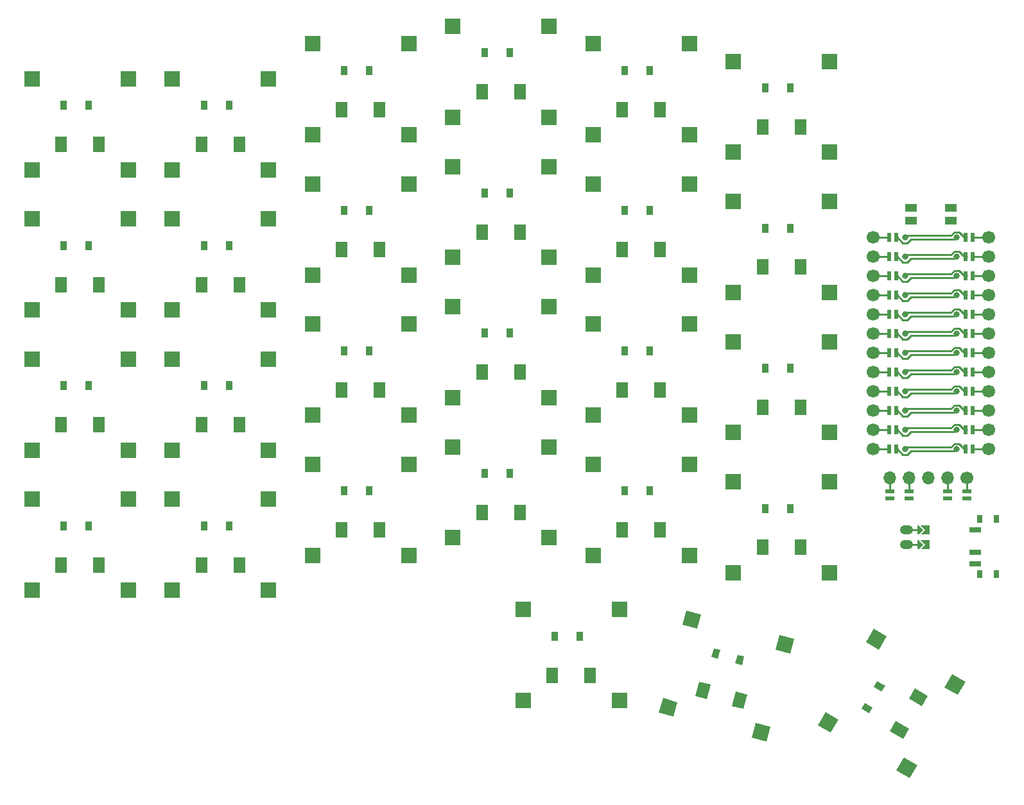
<source format=gbl>
G04 #@! TF.GenerationSoftware,KiCad,Pcbnew,8.0.8+1*
G04 #@! TF.CreationDate,2025-03-02T13:34:42+00:00*
G04 #@! TF.ProjectId,zeph_wireless,7a657068-5f77-4697-9265-6c6573732e6b,0.2*
G04 #@! TF.SameCoordinates,Original*
G04 #@! TF.FileFunction,Copper,L2,Bot*
G04 #@! TF.FilePolarity,Positive*
%FSLAX46Y46*%
G04 Gerber Fmt 4.6, Leading zero omitted, Abs format (unit mm)*
G04 Created by KiCad (PCBNEW 8.0.8+1) date 2025-03-02 13:34:42*
%MOMM*%
%LPD*%
G01*
G04 APERTURE LIST*
G04 #@! TA.AperFunction,SMDPad,CuDef*
%ADD10R,1.550000X2.000000*%
G04 #@! TD*
G04 #@! TA.AperFunction,SMDPad,CuDef*
%ADD11R,2.000000X2.000000*%
G04 #@! TD*
G04 #@! TA.AperFunction,SMDPad,CuDef*
%ADD12R,0.900000X1.200000*%
G04 #@! TD*
G04 #@! TA.AperFunction,ComponentPad*
%ADD13C,1.700000*%
G04 #@! TD*
G04 #@! TA.AperFunction,ComponentPad*
%ADD14C,0.800000*%
G04 #@! TD*
G04 #@! TA.AperFunction,SMDPad,CuDef*
%ADD15R,0.600000X1.200000*%
G04 #@! TD*
G04 #@! TA.AperFunction,SMDPad,CuDef*
%ADD16R,1.200000X0.600000*%
G04 #@! TD*
G04 #@! TA.AperFunction,ComponentPad*
%ADD17O,1.700000X1.700000*%
G04 #@! TD*
G04 #@! TA.AperFunction,SMDPad,CuDef*
%ADD18R,0.800000X1.000000*%
G04 #@! TD*
G04 #@! TA.AperFunction,SMDPad,CuDef*
%ADD19R,1.500000X0.700000*%
G04 #@! TD*
G04 #@! TA.AperFunction,SMDPad,CuDef*
%ADD20R,1.550000X1.000000*%
G04 #@! TD*
G04 #@! TA.AperFunction,ComponentPad*
%ADD21O,1.750000X1.200000*%
G04 #@! TD*
G04 #@! TA.AperFunction,Conductor*
%ADD22C,0.250000*%
G04 #@! TD*
G04 APERTURE END LIST*
D10*
X102500000Y-102650000D03*
X97500000Y-102650000D03*
D11*
X106350000Y-94000000D03*
X106350000Y-106000000D03*
X93650000Y-94000000D03*
X93650000Y-106000000D03*
D10*
X102500000Y-84150000D03*
X97500000Y-84150000D03*
D11*
X106350000Y-75500000D03*
X106350000Y-87500000D03*
X93650000Y-75500000D03*
X93650000Y-87500000D03*
D10*
X102500000Y-65650000D03*
X97500000Y-65650000D03*
D11*
X106350000Y-57000000D03*
X106350000Y-69000000D03*
X93650000Y-57000000D03*
X93650000Y-69000000D03*
D10*
X102500000Y-47150000D03*
X97500000Y-47150000D03*
D11*
X106350000Y-38500000D03*
X106350000Y-50500000D03*
X93650000Y-38500000D03*
X93650000Y-50500000D03*
D10*
X121000000Y-102650000D03*
X116000000Y-102650000D03*
D11*
X124850000Y-94000000D03*
X124850000Y-106000000D03*
X112150000Y-94000000D03*
X112150000Y-106000000D03*
D10*
X121000000Y-84150000D03*
X116000000Y-84150000D03*
D11*
X124850000Y-75500000D03*
X124850000Y-87500000D03*
X112150000Y-75500000D03*
X112150000Y-87500000D03*
D10*
X121000000Y-65650000D03*
X116000000Y-65650000D03*
D11*
X124850000Y-57000000D03*
X124850000Y-69000000D03*
X112150000Y-57000000D03*
X112150000Y-69000000D03*
D10*
X121000000Y-47150000D03*
X116000000Y-47150000D03*
D11*
X124850000Y-38500000D03*
X124850000Y-50500000D03*
X112150000Y-38500000D03*
X112150000Y-50500000D03*
D10*
X139500000Y-98025000D03*
X134500000Y-98025000D03*
D11*
X143350000Y-89375000D03*
X143350000Y-101375000D03*
X130650000Y-89375000D03*
X130650000Y-101375000D03*
D10*
X139500000Y-79525000D03*
X134500000Y-79525000D03*
D11*
X143350000Y-70875000D03*
X143350000Y-82875000D03*
X130650000Y-70875000D03*
X130650000Y-82875000D03*
D10*
X139500000Y-61025000D03*
X134500000Y-61025000D03*
D11*
X143350000Y-52375000D03*
X143350000Y-64375000D03*
X130650000Y-52375000D03*
X130650000Y-64375000D03*
D10*
X139500000Y-42525000D03*
X134500000Y-42525000D03*
D11*
X143350000Y-33875000D03*
X143350000Y-45875000D03*
X130650000Y-33875000D03*
X130650000Y-45875000D03*
D10*
X158000000Y-95712500D03*
X153000000Y-95712500D03*
D11*
X161850000Y-87062500D03*
X161850000Y-99062500D03*
X149150000Y-87062500D03*
X149150000Y-99062500D03*
D10*
X158000000Y-77212500D03*
X153000000Y-77212500D03*
D11*
X161850000Y-68562500D03*
X161850000Y-80562500D03*
X149150000Y-68562500D03*
X149150000Y-80562500D03*
D10*
X158000000Y-58712500D03*
X153000000Y-58712500D03*
D11*
X161850000Y-50062500D03*
X161850000Y-62062500D03*
X149150000Y-50062500D03*
X149150000Y-62062500D03*
D10*
X158000000Y-40212500D03*
X153000000Y-40212500D03*
D11*
X161850000Y-31562500D03*
X161850000Y-43562500D03*
X149150000Y-31562500D03*
X149150000Y-43562500D03*
D10*
X176500000Y-98025000D03*
X171500000Y-98025000D03*
D11*
X180350000Y-89375000D03*
X180350000Y-101375000D03*
X167650000Y-89375000D03*
X167650000Y-101375000D03*
D10*
X176500000Y-79525000D03*
X171500000Y-79525000D03*
D11*
X180350000Y-70875000D03*
X180350000Y-82875000D03*
X167650000Y-70875000D03*
X167650000Y-82875000D03*
D10*
X176500000Y-61025000D03*
X171500000Y-61025000D03*
D11*
X180350000Y-52375000D03*
X180350000Y-64375000D03*
X167650000Y-52375000D03*
X167650000Y-64375000D03*
D10*
X176500000Y-42525000D03*
X171500000Y-42525000D03*
D11*
X180350000Y-33875000D03*
X180350000Y-45875000D03*
X167650000Y-33875000D03*
X167650000Y-45875000D03*
D10*
X195000000Y-100337500D03*
X190000000Y-100337500D03*
D11*
X198850000Y-91687500D03*
X198850000Y-103687500D03*
X186150000Y-91687500D03*
X186150000Y-103687500D03*
D10*
X195000000Y-81837500D03*
X190000000Y-81837500D03*
D11*
X198850000Y-73187500D03*
X198850000Y-85187500D03*
X186150000Y-73187500D03*
X186150000Y-85187500D03*
D10*
X195000000Y-63337500D03*
X190000000Y-63337500D03*
D11*
X198850000Y-54687500D03*
X198850000Y-66687500D03*
X186150000Y-54687500D03*
X186150000Y-66687500D03*
D10*
X195000000Y-44837500D03*
X190000000Y-44837500D03*
D11*
X198850000Y-36187500D03*
X198850000Y-48187500D03*
X186150000Y-36187500D03*
X186150000Y-48187500D03*
D10*
X167250000Y-117212500D03*
X162250000Y-117212500D03*
D11*
X171100000Y-108562500D03*
X171100000Y-120562500D03*
X158400000Y-108562500D03*
X158400000Y-120562500D03*
G04 #@! TA.AperFunction,SMDPad,CuDef*
G36*
X185971532Y-121284592D02*
G01*
X186489171Y-119352740D01*
X187986356Y-119753910D01*
X187468717Y-121685762D01*
X185971532Y-121284592D01*
G37*
G04 #@! TD.AperFunction*
G04 #@! TA.AperFunction,SMDPad,CuDef*
G36*
X181141903Y-119990497D02*
G01*
X181659542Y-118058645D01*
X183156727Y-118459815D01*
X182639088Y-120391667D01*
X181141903Y-119990497D01*
G37*
G04 #@! TD.AperFunction*
G04 #@! TA.AperFunction,SMDPad,CuDef*
G36*
X191711798Y-113867553D02*
G01*
X192229436Y-111935701D01*
X194161288Y-112453339D01*
X193643650Y-114385191D01*
X191711798Y-113867553D01*
G37*
G04 #@! TD.AperFunction*
G04 #@! TA.AperFunction,SMDPad,CuDef*
G36*
X188605970Y-125458663D02*
G01*
X189123608Y-123526811D01*
X191055460Y-124044449D01*
X190537822Y-125976301D01*
X188605970Y-125458663D01*
G37*
G04 #@! TD.AperFunction*
G04 #@! TA.AperFunction,SMDPad,CuDef*
G36*
X179444540Y-110580551D02*
G01*
X179962178Y-108648699D01*
X181894030Y-109166337D01*
X181376392Y-111098189D01*
X179444540Y-110580551D01*
G37*
G04 #@! TD.AperFunction*
G04 #@! TA.AperFunction,SMDPad,CuDef*
G36*
X176338712Y-122171661D02*
G01*
X176856350Y-120239809D01*
X178788202Y-120757447D01*
X178270564Y-122689299D01*
X176338712Y-122171661D01*
G37*
G04 #@! TD.AperFunction*
G04 #@! TA.AperFunction,SMDPad,CuDef*
G36*
X211037335Y-121278354D02*
G01*
X209305285Y-120278354D01*
X210080285Y-118936014D01*
X211812335Y-119936014D01*
X211037335Y-121278354D01*
G37*
G04 #@! TD.AperFunction*
G04 #@! TA.AperFunction,SMDPad,CuDef*
G36*
X208537335Y-125608482D02*
G01*
X206805285Y-124608482D01*
X207580285Y-123266142D01*
X209312335Y-124266142D01*
X208537335Y-125608482D01*
G37*
G04 #@! TD.AperFunction*
G04 #@! TA.AperFunction,SMDPad,CuDef*
G36*
X205358716Y-113814012D02*
G01*
X203626666Y-112814012D01*
X204626666Y-111081962D01*
X206358716Y-112081962D01*
X205358716Y-113814012D01*
G37*
G04 #@! TD.AperFunction*
G04 #@! TA.AperFunction,SMDPad,CuDef*
G36*
X215751020Y-119814012D02*
G01*
X214018970Y-118814012D01*
X215018970Y-117081962D01*
X216751020Y-118081962D01*
X215751020Y-119814012D01*
G37*
G04 #@! TD.AperFunction*
G04 #@! TA.AperFunction,SMDPad,CuDef*
G36*
X199008716Y-124812534D02*
G01*
X197276666Y-123812534D01*
X198276666Y-122080484D01*
X200008716Y-123080484D01*
X199008716Y-124812534D01*
G37*
G04 #@! TD.AperFunction*
G04 #@! TA.AperFunction,SMDPad,CuDef*
G36*
X209401020Y-130812534D02*
G01*
X207668970Y-129812534D01*
X208668970Y-128080484D01*
X210401020Y-129080484D01*
X209401020Y-130812534D01*
G37*
G04 #@! TD.AperFunction*
D12*
X101150000Y-97500000D03*
X97850000Y-97500000D03*
X101150000Y-79000000D03*
X97850000Y-79000000D03*
X101150000Y-60500000D03*
X97850000Y-60500000D03*
X101150000Y-42000000D03*
X97850000Y-42000000D03*
X119650000Y-97500000D03*
X116350000Y-97500000D03*
X119650000Y-79000000D03*
X116350000Y-79000000D03*
X119650000Y-60500000D03*
X116350000Y-60500000D03*
X119650000Y-42000000D03*
X116350000Y-42000000D03*
X138150000Y-92875000D03*
X134850000Y-92875000D03*
X138150000Y-74375000D03*
X134850000Y-74375000D03*
X138150000Y-55875000D03*
X134850000Y-55875000D03*
X138150000Y-37375000D03*
X134850000Y-37375000D03*
X156650000Y-90562500D03*
X153350000Y-90562500D03*
X156650000Y-72062500D03*
X153350000Y-72062500D03*
X156650000Y-53562500D03*
X153350000Y-53562500D03*
X156650000Y-35062500D03*
X153350000Y-35062500D03*
X175150000Y-92875000D03*
X171850000Y-92875000D03*
X175150000Y-74375000D03*
X171850000Y-74375000D03*
X175150000Y-55875000D03*
X171850000Y-55875000D03*
X175150000Y-37375000D03*
X171850000Y-37375000D03*
X193650000Y-95187500D03*
X190350000Y-95187500D03*
X193650000Y-76687500D03*
X190350000Y-76687500D03*
X193650000Y-58187500D03*
X190350000Y-58187500D03*
X193650000Y-39687500D03*
X190350000Y-39687500D03*
X165900000Y-112062500D03*
X162600000Y-112062500D03*
G04 #@! TA.AperFunction,SMDPad,CuDef*
G36*
X186417905Y-115658414D02*
G01*
X186728488Y-114499303D01*
X187597821Y-114732240D01*
X187287238Y-115891351D01*
X186417905Y-115658414D01*
G37*
G04 #@! TD.AperFunction*
G04 #@! TA.AperFunction,SMDPad,CuDef*
G36*
X183230349Y-114804312D02*
G01*
X183540932Y-113645201D01*
X184410265Y-113878138D01*
X184099682Y-115037249D01*
X183230349Y-114804312D01*
G37*
G04 #@! TD.AperFunction*
G04 #@! TA.AperFunction,SMDPad,CuDef*
G36*
X205718394Y-119391030D02*
G01*
X204679164Y-118791030D01*
X205129164Y-118011608D01*
X206168394Y-118611608D01*
X205718394Y-119391030D01*
G37*
G04 #@! TD.AperFunction*
G04 #@! TA.AperFunction,SMDPad,CuDef*
G36*
X204068394Y-122248914D02*
G01*
X203029164Y-121648914D01*
X203479164Y-120869492D01*
X204518394Y-121469492D01*
X204068394Y-122248914D01*
G37*
G04 #@! TD.AperFunction*
D13*
X204584000Y-59420000D03*
X219824000Y-59420000D03*
D14*
X208804000Y-59420000D03*
X215604000Y-59420000D03*
D15*
X206724000Y-59420000D03*
X207624000Y-59420000D03*
X216784000Y-59420000D03*
X217684000Y-59420000D03*
D13*
X204584000Y-61960000D03*
X219824000Y-61960000D03*
D14*
X208804000Y-61960000D03*
X215604000Y-61960000D03*
D15*
X206724000Y-61960000D03*
X207624000Y-61960000D03*
X216784000Y-61960000D03*
X217684000Y-61960000D03*
D13*
X204584000Y-64500000D03*
X219824000Y-64500000D03*
D14*
X208804000Y-64500000D03*
X215604000Y-64500000D03*
D15*
X206724000Y-64500000D03*
X207624000Y-64500000D03*
X216784000Y-64500000D03*
X217684000Y-64500000D03*
D13*
X204584000Y-67040000D03*
X219824000Y-67040000D03*
D14*
X208804000Y-67040000D03*
X215604000Y-67040000D03*
D15*
X206724000Y-67040000D03*
X207624000Y-67040000D03*
X216784000Y-67040000D03*
X217684000Y-67040000D03*
D13*
X204584000Y-69580000D03*
X219824000Y-69580000D03*
D14*
X208804000Y-69580000D03*
X215604000Y-69580000D03*
D15*
X206724000Y-69580000D03*
X207624000Y-69580000D03*
X216784000Y-69580000D03*
X217684000Y-69580000D03*
D13*
X204584000Y-72120000D03*
X219824000Y-72120000D03*
D14*
X208804000Y-72120000D03*
X215604000Y-72120000D03*
D15*
X206724000Y-72120000D03*
X207624000Y-72120000D03*
X216784000Y-72120000D03*
X217684000Y-72120000D03*
D13*
X204584000Y-74660000D03*
X219824000Y-74660000D03*
D14*
X208804000Y-74660000D03*
X215604000Y-74660000D03*
D15*
X206724000Y-74660000D03*
X207624000Y-74660000D03*
X216784000Y-74660000D03*
X217684000Y-74660000D03*
D13*
X204584000Y-77200000D03*
X219824000Y-77200000D03*
D14*
X208804000Y-77200000D03*
X215604000Y-77200000D03*
D15*
X206724000Y-77200000D03*
X207624000Y-77200000D03*
X216784000Y-77200000D03*
X217684000Y-77200000D03*
D13*
X204584000Y-79740000D03*
X219824000Y-79740000D03*
D14*
X208804000Y-79740000D03*
X215604000Y-79740000D03*
D15*
X206724000Y-79740000D03*
X207624000Y-79740000D03*
X216784000Y-79740000D03*
X217684000Y-79740000D03*
D13*
X204584000Y-82280000D03*
X219824000Y-82280000D03*
D14*
X208804000Y-82280000D03*
X215604000Y-82280000D03*
D15*
X206724000Y-82280000D03*
X207624000Y-82280000D03*
X216784000Y-82280000D03*
X217684000Y-82280000D03*
D13*
X204584000Y-84820000D03*
X219824000Y-84820000D03*
D14*
X208804000Y-84820000D03*
X215604000Y-84820000D03*
D15*
X206724000Y-84820000D03*
X207624000Y-84820000D03*
X216784000Y-84820000D03*
X217684000Y-84820000D03*
D13*
X204584000Y-87360000D03*
X219824000Y-87360000D03*
D14*
X208804000Y-87360000D03*
X215604000Y-87360000D03*
D15*
X206724000Y-87360000D03*
X207624000Y-87360000D03*
X216784000Y-87360000D03*
X217684000Y-87360000D03*
D16*
X216977000Y-92950000D03*
X214437000Y-92950000D03*
X209357000Y-92950000D03*
X206817000Y-92950000D03*
X216977000Y-93850000D03*
X214437000Y-93850000D03*
X209357000Y-93850000D03*
X206817000Y-93850000D03*
D17*
X206817000Y-91200000D03*
X209357000Y-91200000D03*
X211897000Y-91200000D03*
X214437000Y-91200000D03*
D13*
X216977000Y-91200000D03*
D18*
X218665000Y-96600000D03*
X220875000Y-96600000D03*
X218665000Y-103900000D03*
X220875000Y-103900000D03*
D19*
X218015000Y-98000000D03*
X218015000Y-101000000D03*
X218015000Y-102500000D03*
D20*
X209579000Y-55497500D03*
X209579000Y-57197500D03*
X214829000Y-55497500D03*
X214829000Y-57197500D03*
D21*
X209000000Y-100000000D03*
X209000000Y-98000000D03*
G04 #@! TA.AperFunction,SMDPad,CuDef*
G36*
X210600000Y-100600000D02*
G01*
X210400000Y-100600000D01*
X210400000Y-99400000D01*
X210600000Y-99400000D01*
X211200000Y-100000000D01*
X210600000Y-100600000D01*
G37*
G04 #@! TD.AperFunction*
G04 #@! TA.AperFunction,SMDPad,CuDef*
G36*
X210600000Y-98600000D02*
G01*
X210400000Y-98600000D01*
X210400000Y-97400000D01*
X210600000Y-97400000D01*
X211200000Y-98000000D01*
X210600000Y-98600000D01*
G37*
G04 #@! TD.AperFunction*
G04 #@! TA.AperFunction,SMDPad,CuDef*
G36*
X210816000Y-98600000D02*
G01*
X211416000Y-98000000D01*
X210816000Y-97400000D01*
X212066000Y-97400000D01*
X212066000Y-98600000D01*
X210816000Y-98600000D01*
G37*
G04 #@! TD.AperFunction*
G04 #@! TA.AperFunction,SMDPad,CuDef*
G36*
X210816000Y-100600000D02*
G01*
X211416000Y-100000000D01*
X210816000Y-99400000D01*
X212066000Y-99400000D01*
X212066000Y-100600000D01*
X210816000Y-100600000D01*
G37*
G04 #@! TD.AperFunction*
D22*
X204584000Y-59420000D02*
X206704000Y-59420000D01*
X219824000Y-59420000D02*
X217704000Y-59420000D01*
X209599305Y-59650000D02*
X215374000Y-59650000D01*
X207429000Y-59420000D02*
X207778695Y-59420000D01*
X208503695Y-60145000D02*
X209104305Y-60145000D01*
X207778695Y-59420000D02*
X208503695Y-60145000D01*
X209104305Y-60145000D02*
X209599305Y-59650000D01*
X216979000Y-59420000D02*
X216629305Y-59420000D01*
X214798695Y-59200000D02*
X209024000Y-59200000D01*
X216629305Y-59420000D02*
X215904305Y-58695000D01*
X215904305Y-58695000D02*
X215303695Y-58695000D01*
X215303695Y-58695000D02*
X214798695Y-59200000D01*
X204584000Y-61960000D02*
X206704000Y-61960000D01*
X219824000Y-61960000D02*
X217704000Y-61960000D01*
X209599305Y-62190000D02*
X215374000Y-62190000D01*
X207429000Y-61960000D02*
X207778695Y-61960000D01*
X208503695Y-62685000D02*
X209104305Y-62685000D01*
X207778695Y-61960000D02*
X208503695Y-62685000D01*
X209104305Y-62685000D02*
X209599305Y-62190000D01*
X216979000Y-61960000D02*
X216629305Y-61960000D01*
X214798695Y-61740000D02*
X209024000Y-61740000D01*
X216629305Y-61960000D02*
X215904305Y-61235000D01*
X215904305Y-61235000D02*
X215303695Y-61235000D01*
X215303695Y-61235000D02*
X214798695Y-61740000D01*
X204584000Y-64500000D02*
X206704000Y-64500000D01*
X219824000Y-64500000D02*
X217704000Y-64500000D01*
X209599305Y-64730000D02*
X215374000Y-64730000D01*
X207429000Y-64500000D02*
X207778695Y-64500000D01*
X208503695Y-65225000D02*
X209104305Y-65225000D01*
X207778695Y-64500000D02*
X208503695Y-65225000D01*
X209104305Y-65225000D02*
X209599305Y-64730000D01*
X216979000Y-64500000D02*
X216629305Y-64500000D01*
X214798695Y-64280000D02*
X209024000Y-64280000D01*
X216629305Y-64500000D02*
X215904305Y-63775000D01*
X215904305Y-63775000D02*
X215303695Y-63775000D01*
X215303695Y-63775000D02*
X214798695Y-64280000D01*
X204584000Y-67040000D02*
X206704000Y-67040000D01*
X219824000Y-67040000D02*
X217704000Y-67040000D01*
X209599305Y-67270000D02*
X215374000Y-67270000D01*
X207429000Y-67040000D02*
X207778695Y-67040000D01*
X208503695Y-67765000D02*
X209104305Y-67765000D01*
X207778695Y-67040000D02*
X208503695Y-67765000D01*
X209104305Y-67765000D02*
X209599305Y-67270000D01*
X216979000Y-67040000D02*
X216629305Y-67040000D01*
X214798695Y-66820000D02*
X209024000Y-66820000D01*
X216629305Y-67040000D02*
X215904305Y-66315000D01*
X215904305Y-66315000D02*
X215303695Y-66315000D01*
X215303695Y-66315000D02*
X214798695Y-66820000D01*
X204584000Y-69580000D02*
X206704000Y-69580000D01*
X219824000Y-69580000D02*
X217704000Y-69580000D01*
X209599305Y-69810000D02*
X215374000Y-69810000D01*
X207429000Y-69580000D02*
X207778695Y-69580000D01*
X208503695Y-70305000D02*
X209104305Y-70305000D01*
X207778695Y-69580000D02*
X208503695Y-70305000D01*
X209104305Y-70305000D02*
X209599305Y-69810000D01*
X216979000Y-69580000D02*
X216629305Y-69580000D01*
X214798695Y-69360000D02*
X209024000Y-69360000D01*
X216629305Y-69580000D02*
X215904305Y-68855000D01*
X215904305Y-68855000D02*
X215303695Y-68855000D01*
X215303695Y-68855000D02*
X214798695Y-69360000D01*
X204584000Y-72120000D02*
X206704000Y-72120000D01*
X219824000Y-72120000D02*
X217704000Y-72120000D01*
X209599305Y-72350000D02*
X215374000Y-72350000D01*
X207429000Y-72120000D02*
X207778695Y-72120000D01*
X208503695Y-72845000D02*
X209104305Y-72845000D01*
X207778695Y-72120000D02*
X208503695Y-72845000D01*
X209104305Y-72845000D02*
X209599305Y-72350000D01*
X216979000Y-72120000D02*
X216629305Y-72120000D01*
X214798695Y-71900000D02*
X209024000Y-71900000D01*
X216629305Y-72120000D02*
X215904305Y-71395000D01*
X215904305Y-71395000D02*
X215303695Y-71395000D01*
X215303695Y-71395000D02*
X214798695Y-71900000D01*
X204584000Y-74660000D02*
X206704000Y-74660000D01*
X219824000Y-74660000D02*
X217704000Y-74660000D01*
X209599305Y-74890000D02*
X215374000Y-74890000D01*
X207429000Y-74660000D02*
X207778695Y-74660000D01*
X208503695Y-75385000D02*
X209104305Y-75385000D01*
X207778695Y-74660000D02*
X208503695Y-75385000D01*
X209104305Y-75385000D02*
X209599305Y-74890000D01*
X216979000Y-74660000D02*
X216629305Y-74660000D01*
X214798695Y-74440000D02*
X209024000Y-74440000D01*
X216629305Y-74660000D02*
X215904305Y-73935000D01*
X215904305Y-73935000D02*
X215303695Y-73935000D01*
X215303695Y-73935000D02*
X214798695Y-74440000D01*
X204584000Y-77200000D02*
X206704000Y-77200000D01*
X219824000Y-77200000D02*
X217704000Y-77200000D01*
X209599305Y-77430000D02*
X215374000Y-77430000D01*
X207429000Y-77200000D02*
X207778695Y-77200000D01*
X208503695Y-77925000D02*
X209104305Y-77925000D01*
X207778695Y-77200000D02*
X208503695Y-77925000D01*
X209104305Y-77925000D02*
X209599305Y-77430000D01*
X216979000Y-77200000D02*
X216629305Y-77200000D01*
X214798695Y-76980000D02*
X209024000Y-76980000D01*
X216629305Y-77200000D02*
X215904305Y-76475000D01*
X215904305Y-76475000D02*
X215303695Y-76475000D01*
X215303695Y-76475000D02*
X214798695Y-76980000D01*
X204584000Y-79740000D02*
X206704000Y-79740000D01*
X219824000Y-79740000D02*
X217704000Y-79740000D01*
X209599305Y-79970000D02*
X215374000Y-79970000D01*
X207429000Y-79740000D02*
X207778695Y-79740000D01*
X208503695Y-80465000D02*
X209104305Y-80465000D01*
X207778695Y-79740000D02*
X208503695Y-80465000D01*
X209104305Y-80465000D02*
X209599305Y-79970000D01*
X216979000Y-79740000D02*
X216629305Y-79740000D01*
X214798695Y-79520000D02*
X209024000Y-79520000D01*
X216629305Y-79740000D02*
X215904305Y-79015000D01*
X215904305Y-79015000D02*
X215303695Y-79015000D01*
X215303695Y-79015000D02*
X214798695Y-79520000D01*
X204584000Y-82280000D02*
X206704000Y-82280000D01*
X219824000Y-82280000D02*
X217704000Y-82280000D01*
X209599305Y-82510000D02*
X215374000Y-82510000D01*
X207429000Y-82280000D02*
X207778695Y-82280000D01*
X208503695Y-83005000D02*
X209104305Y-83005000D01*
X207778695Y-82280000D02*
X208503695Y-83005000D01*
X209104305Y-83005000D02*
X209599305Y-82510000D01*
X216979000Y-82280000D02*
X216629305Y-82280000D01*
X214798695Y-82060000D02*
X209024000Y-82060000D01*
X216629305Y-82280000D02*
X215904305Y-81555000D01*
X215904305Y-81555000D02*
X215303695Y-81555000D01*
X215303695Y-81555000D02*
X214798695Y-82060000D01*
X204584000Y-84820000D02*
X206704000Y-84820000D01*
X219824000Y-84820000D02*
X217704000Y-84820000D01*
X209599305Y-85050000D02*
X215374000Y-85050000D01*
X207429000Y-84820000D02*
X207778695Y-84820000D01*
X208503695Y-85545000D02*
X209104305Y-85545000D01*
X207778695Y-84820000D02*
X208503695Y-85545000D01*
X209104305Y-85545000D02*
X209599305Y-85050000D01*
X216979000Y-84820000D02*
X216629305Y-84820000D01*
X214798695Y-84600000D02*
X209024000Y-84600000D01*
X216629305Y-84820000D02*
X215904305Y-84095000D01*
X215904305Y-84095000D02*
X215303695Y-84095000D01*
X215303695Y-84095000D02*
X214798695Y-84600000D01*
X204584000Y-87360000D02*
X206704000Y-87360000D01*
X219824000Y-87360000D02*
X217704000Y-87360000D01*
X209599305Y-87590000D02*
X215374000Y-87590000D01*
X207429000Y-87360000D02*
X207778695Y-87360000D01*
X208503695Y-88085000D02*
X209104305Y-88085000D01*
X207778695Y-87360000D02*
X208503695Y-88085000D01*
X209104305Y-88085000D02*
X209599305Y-87590000D01*
X216979000Y-87360000D02*
X216629305Y-87360000D01*
X214798695Y-87140000D02*
X209024000Y-87140000D01*
X216629305Y-87360000D02*
X215904305Y-86635000D01*
X215904305Y-86635000D02*
X215303695Y-86635000D01*
X215303695Y-86635000D02*
X214798695Y-87140000D01*
X206817000Y-91200000D02*
X206817000Y-92950000D01*
X209357000Y-91200000D02*
X209357000Y-92950000D01*
X214437000Y-91200000D02*
X214437000Y-92950000D01*
X216977000Y-91200000D02*
X216977000Y-92950000D01*
X210800000Y-100000000D02*
X209000000Y-100000000D01*
X210800000Y-98000000D02*
X209000000Y-98000000D01*
M02*

</source>
